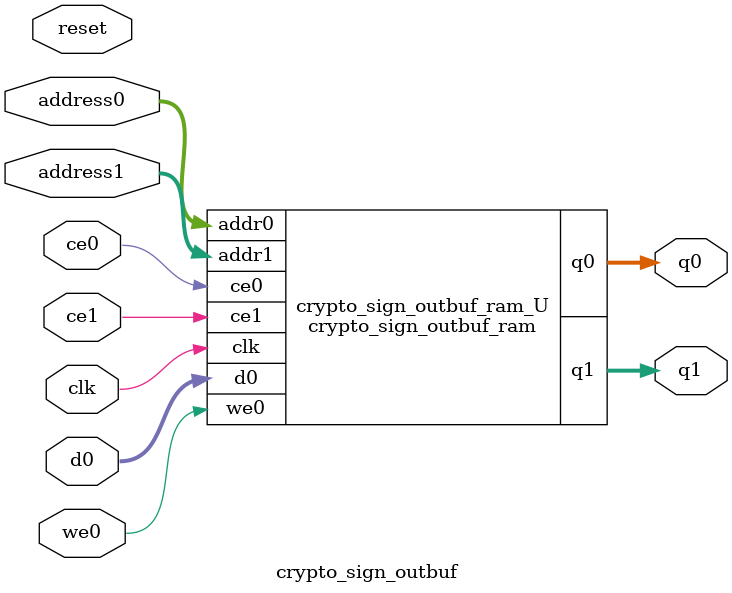
<source format=v>

`timescale 1 ns / 1 ps
module crypto_sign_outbuf_ram (addr0, ce0, d0, we0, q0, addr1, ce1, q1,  clk);

parameter DWIDTH = 8;
parameter AWIDTH = 10;
parameter MEM_SIZE = 680;

input[AWIDTH-1:0] addr0;
input ce0;
input[DWIDTH-1:0] d0;
input we0;
output reg[DWIDTH-1:0] q0;
input[AWIDTH-1:0] addr1;
input ce1;
output reg[DWIDTH-1:0] q1;
input clk;

(* ram_style = "block" *)reg [DWIDTH-1:0] ram[0:MEM_SIZE-1];




always @(posedge clk)  
begin 
    if (ce0) 
    begin
        if (we0) 
        begin 
            ram[addr0] <= d0; 
            q0 <= d0;
        end 
        else 
            q0 <= ram[addr0];
    end
end


always @(posedge clk)  
begin 
    if (ce1) 
    begin
            q1 <= ram[addr1];
    end
end


endmodule


`timescale 1 ns / 1 ps
module crypto_sign_outbuf(
    reset,
    clk,
    address0,
    ce0,
    we0,
    d0,
    q0,
    address1,
    ce1,
    q1);

parameter DataWidth = 32'd8;
parameter AddressRange = 32'd680;
parameter AddressWidth = 32'd10;
input reset;
input clk;
input[AddressWidth - 1:0] address0;
input ce0;
input we0;
input[DataWidth - 1:0] d0;
output[DataWidth - 1:0] q0;
input[AddressWidth - 1:0] address1;
input ce1;
output[DataWidth - 1:0] q1;



crypto_sign_outbuf_ram crypto_sign_outbuf_ram_U(
    .clk( clk ),
    .addr0( address0 ),
    .ce0( ce0 ),
    .we0( we0 ),
    .d0( d0 ),
    .q0( q0 ),
    .addr1( address1 ),
    .ce1( ce1 ),
    .q1( q1 ));

endmodule


</source>
